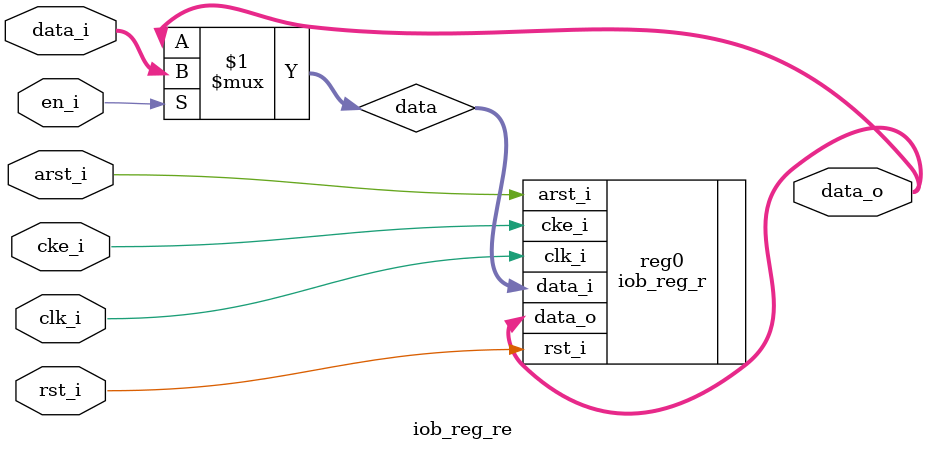
<source format=v>
`timescale 1ns / 1ps

module iob_reg_re #(
   parameter DATA_W  = 21,
   parameter RST_VAL = {DATA_W{1'b0}}
) (
   input [1-1:0] clk_i,
   input [1-1:0] cke_i,
   input [1-1:0] arst_i,

   input rst_i,
   input en_i,

   input  [DATA_W-1:0] data_i,
   output [DATA_W-1:0] data_o
);

   wire [DATA_W-1:0] data = en_i ? data_i : data_o;

   iob_reg_r #(
      .DATA_W (DATA_W),
      .RST_VAL(RST_VAL)
   ) reg0 (
      .clk_i (clk_i),   //clock signal
      .cke_i (cke_i),   //clock enable
      .arst_i(arst_i),  //asynchronous reset
      .rst_i (rst_i),
      .data_i(data),
      .data_o(data_o)
   );

endmodule

</source>
